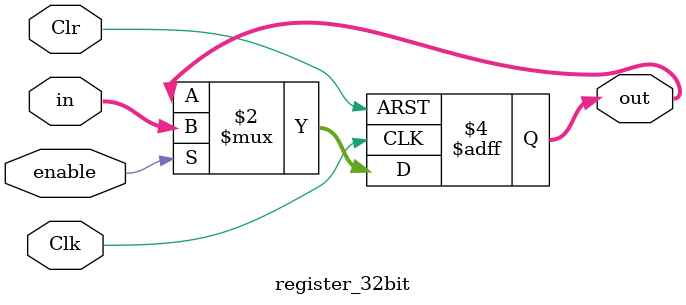
<source format=v>
module register_32bit(output reg[31:0] out, input wire[31:0] in, input wire enable, Clr, Clk);

always @ (posedge Clk, posedge Clr)
	if(Clr) 			// Clr = 1, writes 0 on every bit of the register
		out <= 32'h00000000;
	else if(enable) 
		out <= in; 
endmodule

</source>
